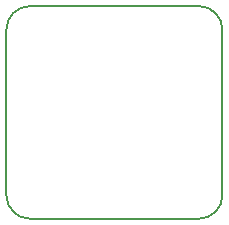
<source format=gbr>
G04 #@! TF.GenerationSoftware,KiCad,Pcbnew,5.0.1-33cea8e~68~ubuntu18.10.1*
G04 #@! TF.CreationDate,2018-11-26T23:36:25+02:00*
G04 #@! TF.ProjectId,BRK-SC-70-6,42524B2D53432D37302D362E6B696361,v1.0*
G04 #@! TF.SameCoordinates,Original*
G04 #@! TF.FileFunction,Legend,Bot*
G04 #@! TF.FilePolarity,Positive*
%FSLAX46Y46*%
G04 Gerber Fmt 4.6, Leading zero omitted, Abs format (unit mm)*
G04 Created by KiCad (PCBNEW 5.0.1-33cea8e~68~ubuntu18.10.1) date ma 26. marraskuuta 2018 23.36.25*
%MOMM*%
%LPD*%
G01*
G04 APERTURE LIST*
%ADD10C,0.150000*%
G04 APERTURE END LIST*
D10*
X52000000Y-68000000D02*
G75*
G02X50000000Y-66000000I0J2000000D01*
G01*
X68300000Y-66000000D02*
G75*
G02X66300000Y-68000000I-2000000J0D01*
G01*
X66300000Y-50000000D02*
G75*
G02X68300000Y-52000000I0J-2000000D01*
G01*
X50000000Y-52000000D02*
G75*
G02X52000000Y-50000000I2000000J0D01*
G01*
X66300000Y-68000000D02*
X52000000Y-68000000D01*
X68300000Y-52000000D02*
X68300000Y-66000000D01*
X52000000Y-50000000D02*
X66300000Y-50000000D01*
X50000000Y-66000000D02*
X50000000Y-52000000D01*
M02*

</source>
